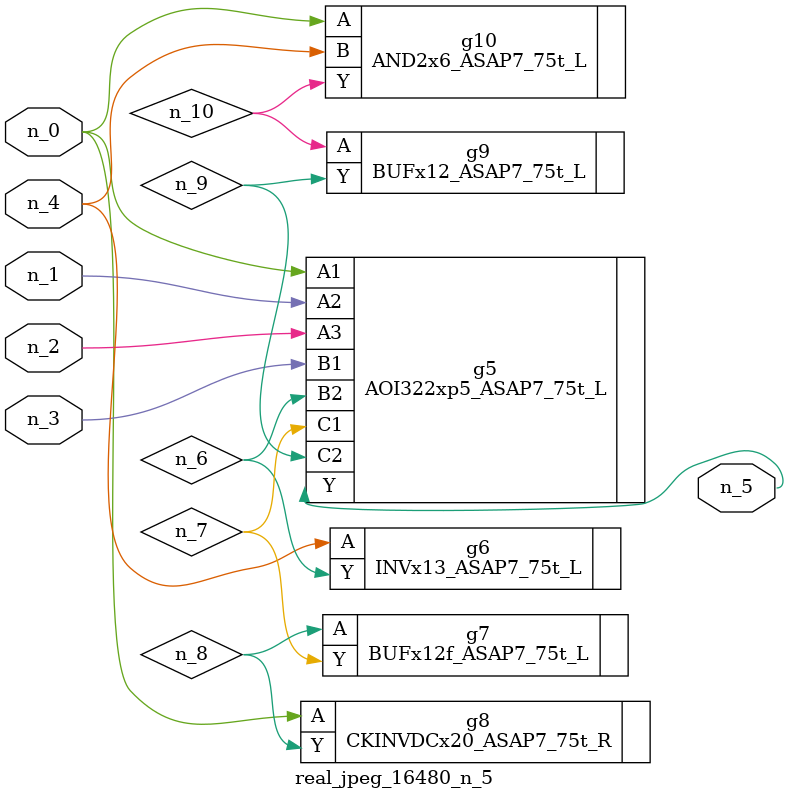
<source format=v>
module real_jpeg_16480_n_5 (n_4, n_0, n_1, n_2, n_3, n_5);

input n_4;
input n_0;
input n_1;
input n_2;
input n_3;

output n_5;

wire n_8;
wire n_6;
wire n_7;
wire n_10;
wire n_9;

AOI322xp5_ASAP7_75t_L g5 ( 
.A1(n_0),
.A2(n_1),
.A3(n_2),
.B1(n_3),
.B2(n_6),
.C1(n_7),
.C2(n_9),
.Y(n_5)
);

CKINVDCx20_ASAP7_75t_R g8 ( 
.A(n_0),
.Y(n_8)
);

AND2x6_ASAP7_75t_L g10 ( 
.A(n_0),
.B(n_4),
.Y(n_10)
);

INVx13_ASAP7_75t_L g6 ( 
.A(n_4),
.Y(n_6)
);

BUFx12f_ASAP7_75t_L g7 ( 
.A(n_8),
.Y(n_7)
);

BUFx12_ASAP7_75t_L g9 ( 
.A(n_10),
.Y(n_9)
);


endmodule
</source>
